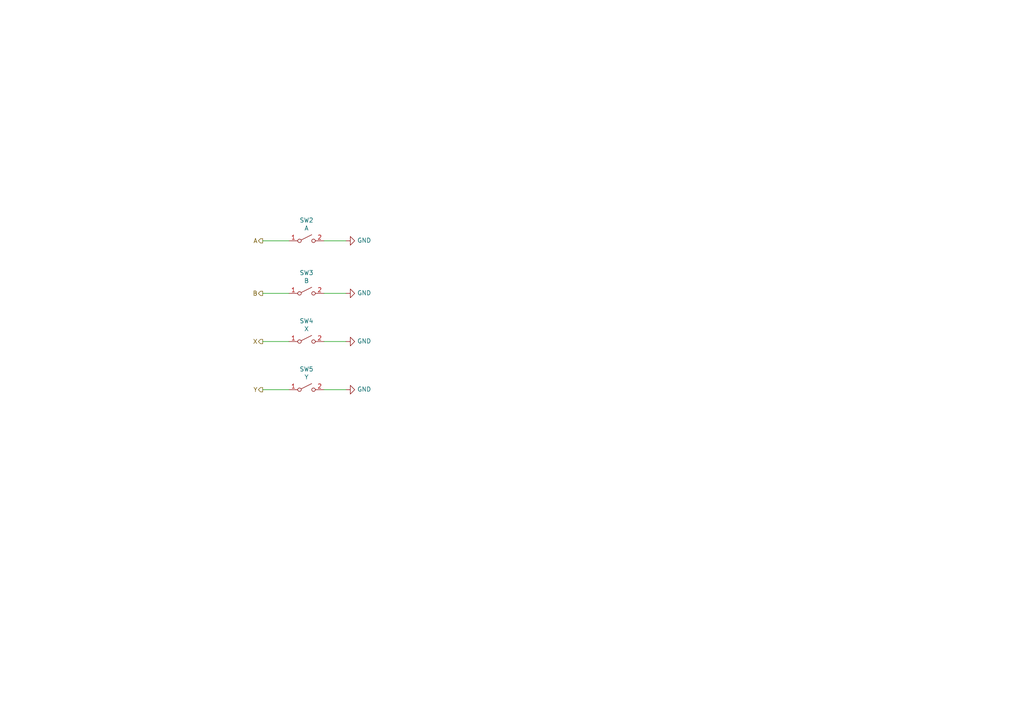
<source format=kicad_sch>
(kicad_sch (version 20211123) (generator eeschema)
  (paper "A4")
  (title_block (title "4 buttons meant for up/down/right/left positioning") (date "2022-06-12") (rev "1.0") (comment 1 "CC-BY-SA"))
  (lib_symbols
    (symbol "Switch:SW_SPST" (pin_names (offset 0) hide)
      (property "Reference" "SW" (at 0 3.175 0))
      (property "Value" "SW_SPST" (at 0 -2.54 0))
      (symbol "SW_SPST_0_0"
        (circle (center -2.032 0) (radius 0.508))
        (polyline (pts (xy -1.524 0.254) (xy 1.524 1.778)))
        (circle (center 2.032 0) (radius 0.508))
      )
      (symbol "SW_SPST_1_1"
        (pin passive line (at -5.08 0 0) (length 2.54) (name "A") (number "1"))
        (pin passive line (at 5.08 0 180) (length 2.54) (name "B") (number "2"))
      )
    )
    (symbol "power:GND" (power) (pin_names (offset 0))
      (property "Value" "GND" (at 0 -3.81 0))
      (symbol "GND_0_1"
        (polyline (pts (xy 0 0) (xy 0 -1.27) (xy 1.27 -1.27) (xy 0 -2.54) (xy -1.27 -1.27) (xy 0 -1.27)))
      )
      (symbol "GND_1_1"
        (pin power_in line (at 0 0 270) (length 0) hide (name "GND") (number "1"))
      )
    )
  )
  (wire (pts (xy 100.33 99.06) (xy 93.98 99.06)))
  (wire (pts (xy 83.82 85.09) (xy 76.2 85.09)))
  (wire (pts (xy 83.82 99.06) (xy 76.2 99.06)))
  (wire (pts (xy 100.33 69.85) (xy 93.98 69.85)))
  (wire (pts (xy 100.33 113.03) (xy 93.98 113.03)))
  (wire (pts (xy 83.82 113.03) (xy 76.2 113.03)))
  (wire (pts (xy 83.82 69.85) (xy 76.2 69.85)))
  (wire (pts (xy 100.33 85.09) (xy 93.98 85.09)))
  (hierarchical_label "B" (shape output) (at 76.2 85.09 180))
  (hierarchical_label "X" (shape output) (at 76.2 99.06 180))
  (hierarchical_label "A" (shape output) (at 76.2 69.85 180))
  (hierarchical_label "Y" (shape output) (at 76.2 113.03 180))
  (symbol (lib_id "Switch:SW_SPST") (at 88.9 85.09 0) (unit 1)
    (property "Reference" "SW3" (at 88.9 79.121 0))
    (property "Value" "B" (at 88.9 81.4324 0))
    (property "Footprint" "Buttons:12x12x7.3mm_Tactile_Switch" (effects hide))
  )
  (symbol (lib_id "Switch:SW_SPST") (at 88.9 113.03 0) (unit 1)
    (property "Reference" "SW5" (at 88.9 107.061 0))
    (property "Value" "Y" (at 88.9 109.3724 0))
    (property "Footprint" "Buttons:12x12x7.3mm_Tactile_Switch" (effects hide))
  )
  (symbol (lib_id "Switch:SW_SPST") (at 88.9 69.85 0) (unit 1)
    (property "Reference" "SW2" (at 88.9 63.881 0))
    (property "Value" "A" (at 88.9 66.1924 0))
    (property "Footprint" "Buttons:12x12x7.3mm_Tactile_Switch" (effects hide))
  )
  (symbol (lib_id "power:GND") (at 100.33 85.09 90) (unit 1)
    (property "Reference" "#PWR015" (effects hide))
    (property "Value" "GND" (at 103.5812 84.963 90) (effects (justify right)))
  )
  (symbol (lib_id "power:GND") (at 100.33 99.06 90) (unit 1)
    (property "Reference" "#PWR016" (effects hide))
    (property "Value" "GND" (at 103.5812 98.933 90) (effects (justify right)))
  )
  (symbol (lib_id "Switch:SW_SPST") (at 88.9 99.06 0) (unit 1)
    (property "Reference" "SW4" (at 88.9 93.091 0))
    (property "Value" "X" (at 88.9 95.4024 0))
    (property "Footprint" "Buttons:12x12x7.3mm_Tactile_Switch" (effects hide))
  )
  (symbol (lib_id "power:GND") (at 100.33 113.03 90) (unit 1)
    (property "Reference" "#PWR017" (effects hide))
    (property "Value" "GND" (at 103.5812 112.903 90) (effects (justify right)))
  )
  (symbol (lib_id "power:GND") (at 100.33 69.85 90) (unit 1)
    (property "Reference" "#PWR014" (effects hide))
    (property "Value" "GND" (at 103.5812 69.723 90) (effects (justify right)))
  )
)
</source>
